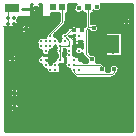
<source format=gbl>
G04 Layer_Physical_Order=4*
G04 Layer_Color=16711680*
%FSLAX25Y25*%
%MOIN*%
G70*
G01*
G75*
%ADD10C,0.01000*%
%ADD13R,0.01968X0.02362*%
%ADD14R,0.04724X0.03150*%
%ADD18C,0.01181*%
%ADD21R,0.03937X0.06299*%
%ADD23C,0.00787*%
%ADD24C,0.00394*%
%ADD26C,0.01968*%
%ADD27C,0.01339*%
%ADD28C,0.01575*%
D10*
X5421Y-35138D02*
G03*
X5421Y-35138I-1681J0D01*
G01*
X5323Y-30217D02*
G03*
X5323Y-30217I-1681J0D01*
G01*
X4581Y-18700D02*
G03*
X4581Y-18700I-1681J0D01*
G01*
X12692Y-20773D02*
G03*
X14267Y-22347I1481J-94D01*
G01*
X12692Y-17810D02*
G03*
X12692Y-20773I-94J-1481D01*
G01*
X16535Y-23699D02*
G03*
X18110Y-23699I787J1258D01*
G01*
X14267Y-22347D02*
G03*
X16535Y-23699I1481J-94D01*
G01*
X17416Y-19385D02*
G03*
X15842Y-20960I-94J-1481D01*
G01*
X18110Y-23699D02*
G03*
X20382Y-22441I787J1258D01*
G01*
D02*
G03*
X18804Y-20960I-1484J0D01*
G01*
X15657Y-20866D02*
G03*
X15431Y-20079I-1484J0D01*
G01*
D02*
G03*
X15657Y-19291I-1258J787D01*
G01*
X19685Y-20549D02*
G03*
X20566Y-20773I787J1258D01*
G01*
X18804D02*
G03*
X19685Y-20549I94J1481D01*
G01*
X17807Y-18284D02*
G03*
X17416Y-19385I1091J-1007D01*
G01*
X500Y-8222D02*
G03*
X2559Y-8301I1075J1135D01*
G01*
D02*
G03*
X5106Y-7087I984J1214D01*
G01*
X9181Y-8900D02*
G03*
X9181Y-8900I-1681J0D01*
G01*
X5106Y-7087D02*
G03*
X4757Y-6102I-1563J0D01*
G01*
D02*
G03*
X5106Y-5118I-1214J984D01*
G01*
X9259Y-2094D02*
G03*
X12606Y-1870I1666J224D01*
G01*
X9294Y-1465D02*
G03*
X9259Y-2094I1632J-405D01*
G01*
X9718Y-700D02*
G03*
X9294Y-1465I1207J-1170D01*
G01*
X12606Y-1870D02*
G03*
X12132Y-700I-1681J0D01*
G01*
X15657Y-19291D02*
G03*
X15431Y-18504I-1484J0D01*
G01*
X12915Y-16929D02*
G03*
X12692Y-17810I1258J-787D01*
G01*
X15431Y-18504D02*
G03*
X15657Y-17717I-1258J787D01*
G01*
D02*
G03*
X15431Y-16929I-1484J0D01*
G01*
X11340Y-13780D02*
G03*
X12692Y-16048I1258J-787D01*
G01*
D02*
G03*
X12915Y-16929I1481J-94D01*
G01*
X13386Y-11734D02*
G03*
X11340Y-13780I-787J-1258D01*
G01*
X14267Y-11511D02*
G03*
X13386Y-11734I-94J-1481D01*
G01*
X14665Y-10402D02*
G03*
X14267Y-11511I1083J-1015D01*
G01*
X15431Y-16929D02*
G03*
X15657Y-16142I-1258J787D01*
G01*
X14977Y-9760D02*
G03*
X14665Y-10402I771J-771D01*
G01*
X14977Y-9760D02*
G03*
X14665Y-10402I771J-771D01*
G01*
X15654Y-16048D02*
G03*
X17232Y-14567I94J1481D01*
G01*
X17416Y-14473D02*
G03*
X17639Y-15354I1481J-94D01*
G01*
X20566Y-17810D02*
G03*
X19988Y-17888I-94J-1481D01*
G01*
X17639Y-15354D02*
G03*
X17807Y-17149I1258J-787D01*
G01*
X17232Y-11417D02*
G03*
X17073Y-10749I-1484J0D01*
G01*
X18807Y-12992D02*
G03*
X17229Y-11511I-1484J0D01*
G01*
X19214Y-12205D02*
G03*
X18991Y-13086I1258J-787D01*
G01*
X20310Y-9942D02*
G03*
X19214Y-12205I163J-1475D01*
G01*
X22141Y-22347D02*
G03*
X22561Y-23478I1481J-94D01*
G01*
X20566Y-20773D02*
G03*
X22141Y-22347I1481J-94D01*
G01*
X23638Y-24787D02*
G03*
X24409Y-25106I771J771D01*
G01*
X23638Y-24787D02*
G03*
X24409Y-25106I771J771D01*
G01*
X22561Y-23478D02*
G03*
X22851Y-24000I1061J250D01*
G01*
X22561Y-23478D02*
G03*
X22851Y-24000I1061J250D01*
G01*
X26600Y-19776D02*
G03*
X26681Y-19291I-1403J484D01*
G01*
X34265Y-22925D02*
G03*
X34457Y-22146I-1489J779D01*
G01*
D02*
G03*
X33317Y-20554I-1681J0D01*
G01*
X36122Y-25106D02*
G03*
X36893Y-24787I0J1091D01*
G01*
X36122Y-25106D02*
G03*
X36893Y-24787I0J1091D01*
G01*
X27847Y-19055D02*
G03*
X28038Y-19776I1680J59D01*
G01*
X31017D02*
G03*
X31209Y-18996I-1489J779D01*
G01*
X32858Y-20095D02*
G03*
X32087Y-19776I-771J-771D01*
G01*
X32858Y-20095D02*
G03*
X32087Y-19776I-771J-771D01*
G01*
X24409Y-18033D02*
G03*
X23529Y-17810I-787J-1258D01*
G01*
X26681Y-19291D02*
G03*
X24409Y-18033I-1484J0D01*
G01*
X26370Y-17126D02*
G03*
X26689Y-17897I1091J0D01*
G01*
X20789Y-16929D02*
G03*
X20566Y-17810I1258J-787D01*
G01*
X19988Y-17149D02*
G03*
X20382Y-16142I-1091J1007D01*
G01*
X20644Y-15657D02*
G03*
X20789Y-16929I1403J-484D01*
G01*
X23531Y-17717D02*
G03*
X23305Y-16929I-1484J0D01*
G01*
D02*
G03*
X23531Y-16142I-1258J787D01*
G01*
X26370Y-15233D02*
G03*
X26370Y-17051I-1173J-909D01*
G01*
X31209Y-18996D02*
G03*
X29220Y-17343I-1681J0D01*
G01*
X26370Y-17126D02*
G03*
X26689Y-17897I1091J0D01*
G01*
X37779Y-23901D02*
G03*
X38044Y-23469I-771J771D01*
G01*
X37779Y-23901D02*
G03*
X38044Y-23469I-771J771D01*
G01*
X38689Y-22146D02*
G03*
X35518Y-22925I-1681J0D01*
G01*
X38044Y-23469D02*
G03*
X38689Y-22146I-1036J1324D01*
G01*
X20382Y-16142D02*
G03*
X20301Y-15657I-1484J0D01*
G01*
X23531Y-16142D02*
G03*
X23305Y-15354I-1484J0D01*
G01*
D02*
G03*
X23531Y-14567I-1258J787D01*
G01*
X23529Y-14473D02*
G03*
X24409Y-14250I94J1481D01*
G01*
X20456Y-7366D02*
G03*
X20776Y-6594I-771J771D01*
G01*
X20456Y-7366D02*
G03*
X20776Y-6594I-771J771D01*
G01*
X22441Y-8260D02*
G03*
X21673Y-8579I3J-1091D01*
G01*
X23531Y-11417D02*
G03*
X23475Y-11013I-1484J0D01*
G01*
X22441Y-8260D02*
G03*
X21673Y-8579I3J-1091D01*
G01*
X24902Y-8154D02*
G03*
X22441Y-8260I-1181J-1196D01*
G01*
X24409Y-14250D02*
G03*
X26370Y-13901I787J1258D01*
G01*
X23764Y-11031D02*
G03*
X23716Y-11511I1433J-386D01*
G01*
X27077Y-7995D02*
G03*
X24902Y-8154I-994J-1355D01*
G01*
X28696Y-9460D02*
G03*
X31799Y-8563I1422J897D01*
G01*
D02*
G03*
X29339Y-7074I-1681J0D01*
G01*
X24120Y-700D02*
G03*
X26370Y-3167I979J-1367D01*
G01*
X30126Y-2845D02*
G03*
X32783Y-1476I976J1369D01*
G01*
D02*
G03*
X32594Y-700I-1681J0D01*
G01*
X42724Y-6299D02*
G03*
X42724Y-6299I-1681J0D01*
G01*
X500Y-41270D02*
X2230Y-43000D01*
X500Y-42684D02*
X816Y-43000D01*
X500Y-39148D02*
X4352Y-43000D01*
X500Y-40562D02*
X2937Y-43000D01*
X500Y-39855D02*
X3645Y-43000D01*
X500Y-37027D02*
X6473Y-43000D01*
X500Y-38441D02*
X5059Y-43000D01*
X500Y-37734D02*
X5766Y-43000D01*
X500Y-34906D02*
X8594Y-43000D01*
X500Y-36320D02*
X7180Y-43000D01*
X500Y-35613D02*
X7887Y-43000D01*
X500Y-37018D02*
X2085Y-35432D01*
X500Y-38432D02*
X2579Y-36353D01*
X500Y-37725D02*
X2271Y-35954D01*
X500Y-32068D02*
X1998Y-30570D01*
X500Y-36310D02*
X2120Y-34691D01*
X500Y-32775D02*
X2198Y-31077D01*
X500Y-39139D02*
X2994Y-36645D01*
X500Y-40553D02*
X4348Y-36705D01*
X500Y-39846D02*
X3539Y-36807D01*
X500Y-30663D02*
X3342Y-33505D01*
X500Y-35603D02*
X4373Y-31730D01*
X500Y-34189D02*
X2943Y-31746D01*
X500Y-41977D02*
X1523Y-43000D01*
X3825Y-36817D02*
X10009Y-43000D01*
X4400Y-36684D02*
X10716Y-43000D01*
X2889Y-36587D02*
X9301Y-43000D01*
X4836Y-36413D02*
X11423Y-43000D01*
X5373Y-35536D02*
X12837Y-43000D01*
X5163Y-36033D02*
X12130Y-43000D01*
X3036Y-31785D02*
X14251Y-43000D01*
X5397Y-34853D02*
X13544Y-43000D01*
X3844Y-31885D02*
X14958Y-43000D01*
X500Y-32784D02*
X2194Y-34478D01*
X500Y-34199D02*
X2291Y-35989D01*
X500Y-33491D02*
X2061Y-35053D01*
X500Y-31370D02*
X2845Y-33715D01*
X500Y-32077D02*
X2465Y-34042D01*
X500Y-33482D02*
X2517Y-31466D01*
X2559Y-35138D02*
X3740D01*
Y-36319D02*
Y-35138D01*
X4921D01*
X500Y-34896D02*
X3504Y-31892D01*
X3740Y-35138D02*
Y-33957D01*
X3642Y-31398D02*
Y-30217D01*
X500Y-29249D02*
X2074Y-30822D01*
X500Y-31361D02*
X1998Y-29862D01*
X500Y-27127D02*
X2427Y-29054D01*
X500Y-28542D02*
X1973Y-30015D01*
X500Y-27835D02*
X2135Y-29470D01*
X500Y-25713D02*
X3348Y-28561D01*
X500Y-29956D02*
X4025Y-33481D01*
X500Y-26420D02*
X2826Y-28747D01*
X500Y-29947D02*
X11115Y-19332D01*
X500Y-30654D02*
X11248Y-19906D01*
X500Y-25006D02*
X4090Y-28596D01*
X500Y-21461D02*
X1906Y-20055D01*
X500Y-22875D02*
X2997Y-20378D01*
X500Y-22168D02*
X2372Y-20296D01*
X500Y-23583D02*
X11114Y-12968D01*
X500Y-20754D02*
X1551Y-19703D01*
X500Y-20047D02*
X1308Y-19239D01*
X500Y-25704D02*
X11185Y-15019D01*
X500Y-27825D02*
X12304Y-16022D01*
X500Y-27118D02*
X11800Y-15818D01*
X500Y-8743D02*
X11116Y-19358D01*
X500Y-24997D02*
X11127Y-14369D01*
X500Y-24290D02*
X11228Y-13562D01*
X2461Y-30217D02*
X3642D01*
Y-29035D01*
Y-30217D02*
X4823D01*
X500Y-43000D02*
Y-8222D01*
Y-29239D02*
X12876Y-16863D01*
X3293Y-33517D02*
X14267Y-22543D01*
X4557Y-33668D02*
X14717Y-23508D01*
X4035Y-33483D02*
X14418Y-23100D01*
X5155Y-30948D02*
X13801Y-22303D01*
X5317Y-30079D02*
X13318Y-22079D01*
X5171Y-29518D02*
X12963Y-21726D01*
X500Y-18642D02*
X1525Y-19667D01*
X3288Y-28573D02*
X11535Y-20326D01*
X2900Y-19881D02*
Y-18700D01*
X500Y-19340D02*
X1221Y-18619D01*
X500Y-26411D02*
X11429Y-15482D01*
X4502Y-28773D02*
X12503Y-20773D01*
X4891Y-29091D02*
X12738Y-21244D01*
X500Y-28532D02*
X12701Y-16331D01*
X3995Y-28573D02*
X11944Y-20624D01*
X4388Y-31723D02*
X15665Y-43000D01*
X4804Y-31431D02*
X16373Y-43000D01*
X500Y-23592D02*
X19908Y-43000D01*
X5112Y-31032D02*
X17080Y-43000D01*
X500Y-24299D02*
X19201Y-43000D01*
X500D02*
X42800D01*
X7246D02*
X25139Y-25106D01*
X4417Y-43000D02*
X23134Y-24283D01*
X2296Y-43000D02*
X22262Y-23034D01*
X3710Y-43000D02*
X22784Y-23926D01*
X3003Y-43000D02*
X22543Y-23460D01*
X5247Y-34392D02*
X15714Y-23925D01*
X5297Y-30510D02*
X17787Y-43000D01*
X5308Y-35746D02*
X17139Y-23914D01*
X500Y-41260D02*
X17997Y-23763D01*
X5409Y-34937D02*
X16606Y-23740D01*
X4955Y-33976D02*
X15138Y-23794D01*
X5262Y-29768D02*
X18494Y-43000D01*
X6538D02*
X24432Y-25106D01*
X5831Y-43000D02*
X23869Y-24963D01*
X500Y-42674D02*
X19307Y-23868D01*
X5124Y-43000D02*
X23488Y-24636D01*
X500Y-41967D02*
X18577Y-23890D01*
X10074Y-43000D02*
X27968Y-25106D01*
X11488Y-43000D02*
X29382Y-25106D01*
X10781Y-43000D02*
X28675Y-25106D01*
X7953Y-43000D02*
X25846Y-25106D01*
X9367Y-43000D02*
X27261Y-25106D01*
X8660Y-43000D02*
X26554Y-25106D01*
X12195Y-43000D02*
X30089Y-25106D01*
X13610Y-43000D02*
X31503Y-25106D01*
X12902Y-43000D02*
X30796Y-25106D01*
X14317Y-43000D02*
X32210Y-25106D01*
X15681Y-23924D02*
X34757Y-43000D01*
X15024D02*
X32917Y-25106D01*
X15731Y-43000D02*
X33625Y-25106D01*
X17145Y-43000D02*
X35039Y-25106D01*
X16438Y-43000D02*
X34332Y-25106D01*
X16288Y-23823D02*
X35465Y-43000D01*
X17852D02*
X35746Y-25106D01*
X17076Y-23904D02*
X36172Y-43000D01*
X19189Y-23896D02*
X38293Y-43000D01*
X18559D02*
X36534Y-25026D01*
X17743Y-23864D02*
X36879Y-43000D01*
X19694Y-23694D02*
X39000Y-43000D01*
X18438Y-23852D02*
X37586Y-43000D01*
X882D02*
X21600Y-22281D01*
X1589Y-43000D02*
X22138Y-22451D01*
X882Y-43000D02*
X21600Y-22281D01*
X2946Y-20380D02*
X25565Y-43000D01*
X1933Y-20075D02*
X24858Y-43000D01*
X3531Y-20258D02*
X26272Y-43000D01*
X4307Y-19620D02*
X27686Y-43000D01*
X3973Y-19994D02*
X26979Y-43000D01*
X500Y-9450D02*
X34050Y-43000D01*
X4564Y-18464D02*
X29100Y-43000D01*
X4525Y-19131D02*
X28393Y-43000D01*
X500Y-21471D02*
X22029Y-43000D01*
X500Y-22885D02*
X20615Y-43000D01*
X500Y-22178D02*
X21322Y-43000D01*
X500Y-19349D02*
X24151Y-43000D01*
X500Y-20764D02*
X22737Y-43000D01*
X500Y-20056D02*
X23444Y-43000D01*
X500Y-12278D02*
X31222Y-43000D01*
X500Y-13692D02*
X29808Y-43000D01*
X500Y-12985D02*
X30515Y-43000D01*
X500Y-10157D02*
X33343Y-43000D01*
X500Y-11571D02*
X31929Y-43000D01*
X500Y-10864D02*
X32636Y-43000D01*
X18898Y-23425D02*
Y-22441D01*
X19882D01*
X18898D02*
Y-21457D01*
X19326Y-21020D02*
X19755Y-20591D01*
X19795Y-21258D02*
X20289Y-20764D01*
X19266Y-43000D02*
X42800Y-19466D01*
X19974Y-43000D02*
X42800Y-20174D01*
X19484Y-20655D02*
X41829Y-43000D01*
X15506Y-20213D02*
X15868Y-20574D01*
X15610Y-20493D02*
X16161Y-19942D01*
X15620Y-19621D02*
X16070Y-20070D01*
X15604Y-18897D02*
X16406Y-19699D01*
X16399Y-19705D02*
X17736Y-18367D01*
X15550Y-19847D02*
X17807Y-17589D01*
X15586Y-18172D02*
X16868Y-19453D01*
X500Y-17228D02*
X1342Y-18069D01*
X500Y-17935D02*
X1220Y-18654D01*
X500Y-15107D02*
X2469Y-17075D01*
X500Y-16521D02*
X1606Y-17627D01*
X500Y-15814D02*
X1980Y-17293D01*
X500Y-17219D02*
X7170Y-10548D01*
X1719Y-18700D02*
X2900D01*
X500Y-14400D02*
X3136Y-17036D01*
X500Y-17926D02*
X7891Y-10535D01*
X1008Y-8543D02*
X11216Y-18751D01*
X1804Y-8633D02*
X11483Y-18312D01*
X500Y-10147D02*
X2083Y-8565D01*
X500Y-11562D02*
X3417Y-8644D01*
X500Y-9440D02*
X1313Y-8627D01*
X500Y-10854D02*
X2861Y-8493D01*
X500Y-8733D02*
X793Y-8440D01*
X500Y-15097D02*
X5980Y-9618D01*
X500Y-16511D02*
X6657Y-10354D01*
X500Y-15804D02*
X6264Y-10040D01*
X500Y-13683D02*
X5962Y-8221D01*
X500Y-14390D02*
X5827Y-9063D01*
X500Y-12269D02*
X4334Y-8435D01*
X2900Y-18700D02*
Y-17519D01*
Y-18700D02*
X4081D01*
X7273Y-10566D02*
X11122Y-14415D01*
X8425Y-10304D02*
X11114Y-12993D01*
X8798Y-9969D02*
X11235Y-12406D01*
X7937Y-10523D02*
X11287Y-13872D01*
X9061Y-9525D02*
X11514Y-11979D01*
X9181Y-8938D02*
X11916Y-11674D01*
X2332Y-8454D02*
X11874Y-17996D01*
X3196Y-8611D02*
X12405Y-17820D01*
X4396Y-8396D02*
X11319Y-15318D01*
X3543Y-7087D02*
X4606D01*
X4767Y-8059D02*
X5834Y-9127D01*
X5018Y-7604D02*
X5877Y-8462D01*
X3543Y-8150D02*
Y-7087D01*
X5103Y-6981D02*
X6096Y-7975D01*
X6319Y-8900D02*
X7500D01*
Y-10081D02*
Y-8900D01*
X8681D01*
X8856Y-7906D02*
X12464Y-11514D01*
X7500Y-8900D02*
Y-7719D01*
X4832Y-6003D02*
X6431Y-7603D01*
X5054Y-5519D02*
X6875Y-7339D01*
X5236Y-4994D02*
X7462Y-7219D01*
X5101Y-6961D02*
X7068Y-4994D01*
X500Y-12976D02*
X8482Y-4994D01*
X4891Y-7877D02*
X7775Y-4994D01*
X5943D02*
X8494Y-7544D01*
X6821Y-7362D02*
X9189Y-4994D01*
X8218Y-7380D02*
X12606Y-2991D01*
X7663Y-7227D02*
X11411Y-3480D01*
X4950Y-6405D02*
X6361Y-4994D01*
X5021Y-5626D02*
X5654Y-4994D01*
X6220Y-2306D02*
X6432Y-2094D01*
X6927Y-2306D02*
X7140Y-2094D01*
X6579D02*
X6792Y-2306D01*
X5101Y-4994D02*
X9294D01*
X6110Y-2306D02*
X9294D01*
X6110Y-2094D02*
X9259D01*
X7286D02*
X7499Y-2306D01*
X7993Y-2094D02*
X8206Y-2306D01*
X7634D02*
X7847Y-2094D01*
X8954Y-8057D02*
X12606Y-4405D01*
X9294Y-4889D02*
X10654Y-3529D01*
X9294Y-4182D02*
X10126Y-3349D01*
X9294Y-3475D02*
X9723Y-3046D01*
X9294Y-4994D02*
Y-2306D01*
X10925Y-3051D02*
Y-1870D01*
X8640Y-7664D02*
X12606Y-3698D01*
X11478Y-3458D02*
X12606Y-4586D01*
X11939Y-3211D02*
X12606Y-3878D01*
Y-4794D02*
Y-1870D01*
X12289Y-2854D02*
X12606Y-3171D01*
X8341Y-2306D02*
X8554Y-2094D01*
X8913Y-2306D02*
X9294Y-2687D01*
X8700Y-2094D02*
X8913Y-2306D01*
X9294Y-1465D02*
Y-700D01*
X9718D01*
X10925Y-1870D02*
X12106D01*
X9744D02*
X10925D01*
X12606D02*
Y-700D01*
X12256D02*
X12606Y-1050D01*
X14173Y-19291D02*
X15157D01*
X14173Y-17717D02*
X15157D01*
X13189D02*
X14173D01*
X15645Y-17524D02*
X17413Y-19292D01*
X15638Y-19051D02*
X17688Y-17001D01*
X15543Y-16714D02*
X17534Y-18705D01*
X15449Y-18533D02*
X17462Y-16520D01*
X11847Y-15847D02*
X12893Y-16893D01*
X13976Y-11521D02*
X14277Y-11220D01*
X15506Y-17062D02*
X17500Y-15067D01*
X13168Y-11621D02*
X14804Y-9986D01*
X15654Y-17621D02*
X17447Y-15828D01*
X16675Y-15726D02*
X17460Y-16510D01*
X17008Y-15351D02*
X17454Y-15797D01*
X17207Y-14843D02*
X17548Y-15184D01*
X17807Y-18284D02*
Y-17149D01*
X19988Y-17888D02*
Y-17149D01*
X16217Y-15975D02*
X17807Y-17565D01*
X19988Y-17529D02*
X20717Y-16800D01*
X18436Y-12010D02*
X18989Y-11458D01*
X17214Y-10608D02*
X19081Y-12475D01*
X17568Y-10254D02*
X19016Y-11702D01*
X17921Y-9900D02*
X19042Y-11021D01*
X18704Y-12449D02*
X19121Y-12032D01*
X18275Y-9547D02*
X19272Y-10544D01*
X18628Y-9193D02*
X19630Y-10195D01*
X18982Y-8840D02*
X20118Y-9976D01*
X3901Y-8608D02*
X12718Y-17425D01*
X6650Y-4994D02*
X13389Y-11732D01*
X500Y-18633D02*
X14339Y-4794D01*
X2819Y-17021D02*
X15046Y-4794D01*
X7358Y-4994D02*
X13898Y-11534D01*
X3439Y-17108D02*
X15753Y-4794D01*
X4578Y-18797D02*
X18595Y-4781D01*
X12574Y-11508D02*
X18595Y-5488D01*
X3903Y-17351D02*
X17703Y-3551D01*
X4496Y-18172D02*
X18595Y-4074D01*
X4256Y-17706D02*
X18410Y-3551D01*
X8065Y-4994D02*
X14279Y-11208D01*
X8772Y-4994D02*
X14459Y-10681D01*
X9294Y-4809D02*
X14703Y-10218D01*
X9135Y-9290D02*
X13632Y-4794D01*
X9148Y-8570D02*
X12925Y-4794D01*
X12132Y-700D02*
X12606D01*
X9294Y-4101D02*
X14965Y-9773D01*
X12814Y-4794D02*
X16379Y-8358D01*
X12606Y-4794D02*
X15994D01*
X9294Y-2687D02*
X15672Y-9065D01*
X9294Y-3394D02*
X15318Y-9419D01*
X10864Y-3550D02*
X16025Y-8712D01*
X13522Y-4794D02*
X16733Y-8005D01*
X14977Y-9760D02*
X18595Y-6143D01*
X14229Y-4794D02*
X17086Y-7651D01*
X14936Y-4794D02*
X17440Y-7298D01*
X15643Y-4794D02*
X17793Y-6944D01*
X15994Y-4437D02*
X18147Y-6590D01*
X17073Y-10749D02*
X20456Y-7366D01*
X19335Y-8486D02*
X20551Y-9701D01*
X19689Y-8133D02*
X20904Y-9348D01*
X17203Y-11123D02*
X24641Y-3684D01*
X18044Y-11695D02*
X26370Y-3369D01*
X17512Y-11520D02*
X25296Y-3736D01*
X15753Y-4794D02*
X15994Y-4553D01*
Y-4794D02*
Y-3551D01*
Y-3846D02*
X16289Y-3551D01*
X15994Y-4553D02*
X16996Y-3551D01*
X17807D02*
X18315D01*
X15994D02*
X17807D01*
X15994Y-3730D02*
X18500Y-6237D01*
X18595Y-6143D02*
Y-3551D01*
X17807D02*
X18595D01*
X16522Y-3551D02*
X18595Y-5624D01*
X17229Y-3551D02*
X18595Y-4917D01*
X17936Y-3551D02*
X18595Y-4210D01*
X21876Y-22340D02*
X22148Y-22612D01*
X20324Y-22850D02*
X21136Y-22038D01*
X20347Y-22120D02*
X20799Y-21669D01*
X24409Y-25106D02*
X35138D01*
X22851Y-24000D02*
X23638Y-24787D01*
X20137Y-21624D02*
X20594Y-21167D01*
X20301Y-20766D02*
X20573Y-21037D01*
X20472Y-20276D02*
Y-19291D01*
Y-18307D01*
X25197Y-19291D02*
Y-18307D01*
Y-19291D02*
X26181D01*
X26600Y-19776D02*
X28038D01*
X26679Y-19366D02*
X27089Y-19776D01*
X26569Y-18726D02*
X27044Y-18252D01*
X26934Y-19776D02*
X27751Y-18959D01*
X26681Y-19322D02*
X27398Y-18605D01*
X34265Y-22925D02*
X35138D01*
X34391D02*
X35335Y-21982D01*
X34154Y-21184D02*
X35342Y-22372D01*
X35236Y-25106D02*
X36122D01*
X33728Y-20760D02*
X36469Y-18020D01*
X35099Y-22925D02*
X35397Y-22627D01*
X33819Y-18020D02*
X36384Y-20585D01*
X27642Y-19776D02*
X27922Y-19495D01*
X31113Y-19556D02*
X31332Y-19776D01*
X31017D02*
X32087D01*
X31208Y-18945D02*
X32039Y-19776D01*
X32858Y-20095D02*
X33317Y-20554D01*
X32507Y-19860D02*
X34347Y-18020D01*
X33272Y-20509D02*
X35761Y-18020D01*
X32918Y-20156D02*
X35054Y-18020D01*
X24470Y-17997D02*
X24876Y-17591D01*
X23387Y-16781D02*
X24558Y-17952D01*
X25898Y-17983D02*
X26422Y-17459D01*
X23923Y-17838D02*
X24380Y-17381D01*
X25593Y-17572D02*
X27796Y-19776D01*
X26295Y-18293D02*
X26691Y-17898D01*
X25898Y-17983D02*
X26422Y-17459D01*
X26070Y-17342D02*
X27851Y-19123D01*
X20093Y-17022D02*
X20578Y-17507D01*
X20325Y-16547D02*
X20758Y-16980D01*
X20346Y-16464D02*
X20567Y-16244D01*
X25359Y-17816D02*
X25606Y-17568D01*
X23520Y-17533D02*
X24014Y-17039D01*
X23347Y-16999D02*
X23776Y-16570D01*
X26689Y-17897D02*
X27847Y-19055D01*
X31884Y-19776D02*
X33752Y-17908D01*
X28551Y-15581D02*
X33737Y-20767D01*
X31177Y-19776D02*
X33752Y-17201D01*
X30860Y-17971D02*
X33752Y-15079D01*
X28551Y-14874D02*
X35385Y-21707D01*
X31208Y-19037D02*
X33752Y-16494D01*
X31110Y-18428D02*
X33752Y-15787D01*
X28551Y-14166D02*
X35605Y-21220D01*
X28551Y-13459D02*
X35939Y-20848D01*
X33752Y-18020D02*
Y-9933D01*
X28551Y-16674D02*
X29220Y-17343D01*
X28551Y-16288D02*
X29579Y-17316D01*
X28551Y-16674D02*
Y-9605D01*
X30500Y-17625D02*
X33752Y-14372D01*
X30027Y-17391D02*
X33752Y-13665D01*
X28551Y-12752D02*
X33752Y-17953D01*
X29389Y-17321D02*
X33752Y-12958D01*
X28940Y-17063D02*
X33752Y-12251D01*
X28551Y-12045D02*
X33752Y-17246D01*
X28586Y-16710D02*
X33752Y-11544D01*
X28551Y-11338D02*
X33752Y-16539D01*
X31287Y-43000D02*
X42800Y-31487D01*
X31994Y-43000D02*
X42800Y-32194D01*
X24216Y-43000D02*
X42800Y-24416D01*
X29873Y-43000D02*
X42800Y-30073D01*
X24642Y-25106D02*
X42535Y-43000D01*
X27752D02*
X42800Y-27952D01*
X29166Y-43000D02*
X42800Y-29366D01*
X28459Y-43000D02*
X42800Y-28659D01*
X25631Y-43000D02*
X42800Y-25831D01*
X27045Y-43000D02*
X42800Y-27245D01*
X26338Y-43000D02*
X42800Y-26538D01*
X28177Y-25106D02*
X42800Y-39729D01*
X28884Y-25106D02*
X42800Y-39022D01*
X29591Y-25106D02*
X42800Y-38315D01*
X30299Y-25106D02*
X42800Y-37608D01*
X31006Y-25106D02*
X42800Y-36901D01*
X31713Y-25106D02*
X42800Y-36193D01*
X24923Y-43000D02*
X42800Y-25123D01*
X30580Y-43000D02*
X42800Y-30780D01*
X26763Y-25106D02*
X42800Y-41143D01*
X25349Y-25106D02*
X42800Y-42557D01*
X26056Y-25106D02*
X42800Y-41850D01*
X27470Y-25106D02*
X42800Y-40436D01*
X40480Y-43000D02*
X42800Y-40680D01*
X41894Y-43000D02*
X42800Y-42094D01*
X41187Y-43000D02*
X42800Y-41387D01*
X36237Y-43000D02*
X42800Y-36437D01*
X39773Y-43000D02*
X42800Y-39973D01*
X37651Y-43000D02*
X42800Y-37851D01*
X34823Y-43000D02*
X42800Y-35023D01*
X36944Y-43000D02*
X42800Y-37144D01*
X35530Y-43000D02*
X42800Y-35730D01*
X32702Y-43000D02*
X42800Y-32901D01*
X34116Y-43000D02*
X42800Y-34316D01*
X33409Y-43000D02*
X42800Y-33609D01*
X35248Y-25106D02*
X42800Y-32658D01*
X35955Y-25106D02*
X42800Y-31951D01*
X36568Y-25011D02*
X42800Y-31244D01*
X36972Y-24708D02*
X42800Y-30537D01*
X37325Y-24355D02*
X42800Y-29829D01*
X37679Y-24001D02*
X42800Y-29122D01*
X33834Y-25106D02*
X42800Y-34072D01*
X39066Y-43000D02*
X42800Y-39265D01*
X38358Y-43000D02*
X42800Y-38558D01*
X32420Y-25106D02*
X42800Y-35486D01*
X33127Y-25106D02*
X42800Y-34779D01*
X34541Y-25106D02*
X42800Y-33365D01*
X20065Y-23358D02*
X39707Y-43000D01*
X36893Y-24787D02*
X37779Y-23901D01*
X20310Y-22896D02*
X40414Y-43000D01*
X20681D02*
X42800Y-20881D01*
X20369Y-22248D02*
X41121Y-43000D01*
X22095D02*
X42800Y-22295D01*
X23509Y-43000D02*
X42800Y-23709D01*
X22802Y-43000D02*
X42800Y-23002D01*
X21388Y-43000D02*
X42800Y-21588D01*
X35940Y-18020D02*
X42800Y-24880D01*
X36647Y-18020D02*
X42800Y-24173D01*
X35233Y-18020D02*
X38006Y-20793D01*
X34093Y-21102D02*
X37176Y-18020D01*
X34349Y-21553D02*
X37883Y-18020D01*
X34526D02*
X36971Y-20465D01*
X34457Y-22153D02*
X38590Y-18020D01*
X36844Y-20472D02*
X39297Y-18020D01*
X33752D02*
X39476D01*
X37354D02*
X42800Y-23465D01*
X37489Y-20535D02*
X42800Y-15224D01*
X37990Y-23605D02*
X42800Y-28415D01*
X38306Y-23214D02*
X42800Y-27708D01*
X38569Y-22770D02*
X42800Y-27001D01*
Y-43000D02*
Y-700D01*
X38689Y-22183D02*
X42800Y-26294D01*
X38018Y-23542D02*
X42800Y-18759D01*
X38360Y-21147D02*
X42800Y-25587D01*
X38689Y-22163D02*
X42800Y-18052D01*
X38061Y-18020D02*
X42800Y-22758D01*
X38768Y-18020D02*
X42800Y-22051D01*
X38584Y-21561D02*
X42800Y-17345D01*
X38330Y-21108D02*
X42800Y-16638D01*
X39476Y-18020D02*
X42800Y-21344D01*
X39476Y-17313D02*
X42800Y-20637D01*
X37966Y-20765D02*
X42800Y-15931D01*
X39476Y-16606D02*
X42800Y-19930D01*
X39476Y-18020D02*
Y-9933D01*
Y-17840D02*
X42800Y-14517D01*
X39476Y-15899D02*
X42800Y-19223D01*
X39476Y-15192D02*
X42800Y-18516D01*
X39476Y-13778D02*
X42800Y-17101D01*
X39476Y-14485D02*
X42800Y-17809D01*
X39476Y-17133D02*
X42800Y-13810D01*
X20301Y-15657D02*
X20644D01*
X23622Y-12992D02*
Y-12008D01*
X23332Y-15311D02*
X23766Y-15746D01*
X23515Y-14787D02*
X23997Y-15269D01*
X23526Y-14699D02*
X23754Y-14470D01*
X23400Y-15531D02*
X24587Y-14345D01*
X23622Y-13976D02*
Y-12992D01*
X20043Y-7779D02*
X21258Y-8994D01*
X20310Y-9942D02*
X21673Y-8579D01*
X20396Y-7426D02*
X21611Y-8641D01*
X20692Y-7014D02*
X22022Y-8345D01*
X22047Y-11417D02*
X23031D01*
X20776Y-6391D02*
X22539Y-8154D01*
X23887Y-14452D02*
X24355Y-14920D01*
X25871Y-14314D02*
X26370Y-14814D01*
X25320Y-14471D02*
X25549Y-14700D01*
X24399Y-14257D02*
X24843Y-14700D01*
X25197Y-13976D02*
Y-12992D01*
X26181D01*
X25625Y-14721D02*
X26370Y-13976D01*
Y-15233D02*
Y-13901D01*
X26094Y-14959D02*
X26370Y-14683D01*
X28551Y-12502D02*
X31224Y-9829D01*
X28551Y-11795D02*
X30102Y-10244D01*
X26083Y-9350D02*
Y-8169D01*
X25502Y-7773D02*
X27158Y-6117D01*
X26840Y-7849D02*
X27158Y-7532D01*
X26299Y-7683D02*
X27158Y-6825D01*
X28551Y-11088D02*
X29509Y-10130D01*
X28551Y-10381D02*
X29061Y-9870D01*
X29339Y-5761D02*
X30504Y-6927D01*
X29339Y-6469D02*
X29785Y-6915D01*
X20776Y-4977D02*
X23485Y-7686D01*
X20776Y-5684D02*
X22949Y-7857D01*
X20737Y-6881D02*
X24158Y-3460D01*
X20776Y-6594D02*
Y-3551D01*
Y-6135D02*
X23789Y-3122D01*
X20776Y-4270D02*
X24266Y-7760D01*
X20776Y-3562D02*
X25159Y-7946D01*
X21472Y-3551D02*
X25647Y-7727D01*
X21563Y-1521D02*
X27158Y-7116D01*
X21563Y-2228D02*
X27158Y-7823D01*
X21563Y-2936D02*
X26313Y-7685D01*
X20776Y-3551D02*
X21563D01*
X20776Y-4014D02*
X21238Y-3551D01*
X21563Y-3227D01*
Y-3551D02*
Y-700D01*
Y-1812D02*
X22675Y-700D01*
X21563Y-1105D02*
X21968Y-700D01*
X20776Y-5428D02*
X23530Y-2673D01*
X20776Y-4721D02*
X23417Y-2079D01*
X21563Y-3227D02*
X23866Y-924D01*
X21563Y-700D02*
X24120D01*
X21563Y-814D02*
X23625Y-2876D01*
X21563Y-2520D02*
X23382Y-700D01*
X23465Y-7689D02*
X27158Y-3996D01*
X24631Y-7937D02*
X27158Y-5410D01*
X24139Y-7722D02*
X27158Y-4703D01*
X22145Y-8302D02*
X26895Y-3551D01*
X27158Y-7914D02*
Y-3551D01*
X24289Y-3540D02*
X27158Y-6409D01*
X25201Y-3745D02*
X27158Y-5702D01*
X25771Y-3608D02*
X27158Y-4995D01*
X26421Y-3551D02*
X27158Y-4287D01*
X29339Y-5351D02*
X31610Y-3079D01*
X29339Y-7074D02*
Y-3551D01*
Y-4643D02*
X30845Y-3138D01*
X22863Y-700D02*
X23558Y-1395D01*
X26370Y-3551D02*
X27158D01*
X26370D02*
Y-3167D01*
X22156Y-700D02*
X23420Y-1965D01*
X23570Y-700D02*
X23832Y-962D01*
X29339Y-3551D02*
X30126D01*
X29339Y-3936D02*
X29724Y-3551D01*
X30126Y-3149D01*
Y-3551D02*
Y-2845D01*
X28551Y-15330D02*
X33752Y-10130D01*
X28551Y-10631D02*
X33752Y-15832D01*
X28551Y-15330D02*
X33752Y-10130D01*
X28551Y-9924D02*
X33752Y-15125D01*
X29432Y-10098D02*
X33752Y-14417D01*
X28551Y-16037D02*
X33752Y-10837D01*
X39476Y-15012D02*
X42800Y-11688D01*
X39476Y-10949D02*
X42800Y-14273D01*
X30278Y-10237D02*
X33752Y-13710D01*
X30833Y-10084D02*
X33752Y-13003D01*
X31256Y-9800D02*
X33752Y-12296D01*
X31571Y-9408D02*
X33752Y-11589D01*
X31766Y-8896D02*
X33752Y-10882D01*
X31754Y-8177D02*
X33752Y-10175D01*
X29339Y-5054D02*
X34217Y-9933D01*
X36070D02*
X39391Y-6611D01*
X35363Y-9933D02*
X39415Y-5881D01*
X33752Y-9933D02*
X39476D01*
X39167D02*
X39476Y-10242D01*
X38898Y-9933D02*
X40861Y-7970D01*
X36777Y-9933D02*
X39581Y-7129D01*
X38191Y-9933D02*
X40312Y-7813D01*
X37484Y-9933D02*
X39893Y-7525D01*
X39476Y-12890D02*
X42800Y-9567D01*
X39476Y-13598D02*
X42800Y-10274D01*
X39476Y-10242D02*
X42800Y-13566D01*
X39476Y-10769D02*
X42800Y-7446D01*
X39476Y-12183D02*
X42800Y-8860D01*
X39476Y-11476D02*
X42800Y-8153D01*
X39476Y-15719D02*
X42800Y-12395D01*
X39476Y-16426D02*
X42800Y-13103D01*
X39476Y-13071D02*
X42800Y-16394D01*
X39476Y-14305D02*
X42800Y-10981D01*
X39476Y-12364D02*
X42800Y-15687D01*
X39476Y-11657D02*
X42800Y-14980D01*
X39476Y-10062D02*
X41686Y-7853D01*
X41918Y-7735D02*
X42800Y-8616D01*
X39862Y-6299D02*
X41043D01*
Y-5118D01*
Y-7480D02*
Y-6299D01*
X42224D01*
X40718Y-7948D02*
X42800Y-10030D01*
X41415Y-7939D02*
X42800Y-9323D01*
X42303Y-7412D02*
X42800Y-7909D01*
X42534Y-5521D02*
X42800Y-5788D01*
X42580Y-6982D02*
X42800Y-7202D01*
X42557Y-5567D02*
X42800Y-5324D01*
X29339Y-3640D02*
X35632Y-9933D01*
X29339Y-4347D02*
X34925Y-9933D01*
X29957Y-3551D02*
X36339Y-9933D01*
X30972Y-3152D02*
X37753Y-9933D01*
X30126Y-3013D02*
X37046Y-9933D01*
X31607Y-3080D02*
X38460Y-9933D01*
X32438Y-2497D02*
X42800Y-12859D01*
X32687Y-2038D02*
X42800Y-12152D01*
X28551Y-13916D02*
X41767Y-700D01*
X28551Y-14623D02*
X42474Y-700D01*
X28551Y-13209D02*
X41060Y-700D01*
X29916Y-6894D02*
X36110Y-700D01*
X31056Y-7168D02*
X37525Y-700D01*
X30573Y-6945D02*
X36818Y-700D01*
X29339Y-6765D02*
X35403Y-700D01*
X29339Y-6058D02*
X34696Y-700D01*
X32705Y-1984D02*
X33989Y-700D01*
X31425Y-7506D02*
X38232Y-700D01*
X32079Y-2845D02*
X39167Y-9933D01*
X31685Y-7954D02*
X38939Y-700D01*
X31384Y-9669D02*
X40353Y-700D01*
X31799Y-8547D02*
X39646Y-700D01*
X32594D02*
X42800D01*
X33948Y-9933D02*
X42800Y-1082D01*
X34177Y-700D02*
X39404Y-5927D01*
X33470Y-700D02*
X39394Y-6624D01*
X34884Y-700D02*
X39608Y-5424D01*
X35591Y-700D02*
X39930Y-5039D01*
X32783Y-1427D02*
X42800Y-11445D01*
X34656Y-9933D02*
X42800Y-1789D01*
X42269Y-5148D02*
X42800Y-4617D01*
X32763Y-700D02*
X42800Y-10738D01*
X33948Y-9933D02*
X42800Y-1082D01*
X38419Y-700D02*
X42800Y-5081D01*
X37712Y-700D02*
X41821Y-4809D01*
X41873Y-4837D02*
X42800Y-3910D01*
X41356Y-4647D02*
X42800Y-3203D01*
X32764Y-1218D02*
X33282Y-700D01*
X36298D02*
X40361Y-4763D01*
X37005Y-700D02*
X40927Y-4622D01*
X40625Y-4671D02*
X42800Y-2496D01*
X41248Y-700D02*
X42800Y-2252D01*
X41955Y-700D02*
X42800Y-1545D01*
X39127Y-700D02*
X42800Y-4374D01*
X39834Y-700D02*
X42800Y-3666D01*
X40541Y-700D02*
X42800Y-2959D01*
D13*
X28248Y-1476D02*
D03*
X16437D02*
D03*
X19685Y-1476D02*
D03*
D14*
X2854Y-1969D02*
D03*
D18*
X18898Y-22441D02*
D03*
X15748Y-11417D02*
D03*
Y-12992D02*
D03*
Y-22441D02*
D03*
X23622D02*
D03*
X17323D02*
D03*
X23622Y-20866D02*
D03*
X22047D02*
D03*
X17323Y-20866D02*
D03*
X14173Y-20866D02*
D03*
X23622Y-19291D02*
D03*
X18898D02*
D03*
X14173D02*
D03*
X12598D02*
D03*
X22047Y-17717D02*
D03*
X14173D02*
D03*
X22047Y-16142D02*
D03*
X18898D02*
D03*
X14173D02*
D03*
X22047Y-14567D02*
D03*
X18898D02*
D03*
X14173D02*
D03*
X12598D02*
D03*
X23622Y-12992D02*
D03*
X20472D02*
D03*
X17323D02*
D03*
X22047Y-11417D02*
D03*
X20472D02*
D03*
X25197Y-22441D02*
D03*
Y-19291D02*
D03*
Y-16142D02*
D03*
Y-12992D02*
D03*
Y-11417D02*
D03*
X20472Y-19291D02*
D03*
X12598Y-12992D02*
D03*
X14173D02*
D03*
X15748Y-14567D02*
D03*
D21*
X36614Y-13976D02*
D03*
D23*
X10925Y-1870D02*
Y-1772D01*
X8739Y-7600D02*
X10925Y-5413D01*
Y-1870D01*
X7500Y-7600D02*
X8739D01*
X7500Y-8900D02*
Y-7600D01*
D24*
X28346Y-8268D02*
X30118D01*
X23622Y-20866D02*
X32087D01*
X15748Y-11417D02*
Y-10531D01*
X19685Y-6594D01*
Y-1575D01*
X22444Y-9350D02*
X23720D01*
X20472Y-11322D02*
X22444Y-9350D01*
X20472Y-11417D02*
Y-11322D01*
X32776Y-22146D02*
Y-21555D01*
Y-22244D02*
Y-22146D01*
X23622Y-23228D02*
X24409Y-24016D01*
X23622Y-23228D02*
Y-22441D01*
X32087Y-20866D02*
X32776Y-21555D01*
X18898Y-19291D02*
Y-16142D01*
Y-14567D01*
X22047D01*
X24409Y-24016D02*
X35138D01*
X37008Y-23130D02*
Y-22146D01*
X35236Y-24016D02*
X36122D01*
X37008Y-23130D01*
X29331Y-18996D02*
X29528D01*
X27461Y-17126D02*
X29331Y-18996D01*
X27461Y-17126D02*
Y-9154D01*
X28248Y-8366D01*
Y-1476D01*
X23622Y-12992D02*
X25197D01*
X23622D02*
X23622D01*
X22047Y-11417D02*
X23622Y-12992D01*
X22047Y-14567D02*
Y-12992D01*
X20472Y-11417D02*
X22047Y-12992D01*
X3543Y-7087D02*
X4787Y-7087D01*
X1575Y-7087D02*
Y-5118D01*
Y-3248D01*
X2854Y-1969D01*
X4787Y-7087D02*
X5300Y-7600D01*
X7500D01*
D26*
X36614Y-16142D02*
D03*
Y-11811D02*
D03*
D27*
X3543Y-7087D02*
D03*
X1575D02*
D03*
Y-5118D02*
D03*
X3543D02*
D03*
D28*
X25098Y-2067D02*
D03*
X30118Y-8563D02*
D03*
X31102Y-1476D02*
D03*
X3740Y-35138D02*
D03*
X3642Y-30217D02*
D03*
X29528Y-18996D02*
D03*
X19685Y-1476D02*
D03*
X23720Y-9350D02*
D03*
X7500Y-8900D02*
D03*
X10925Y-1870D02*
D03*
X16437Y-1476D02*
D03*
X28248D02*
D03*
X32776Y-22146D02*
D03*
X37008D02*
D03*
X41043Y-6299D02*
D03*
X26083Y-9350D02*
D03*
X2900Y-18700D02*
D03*
M02*

</source>
